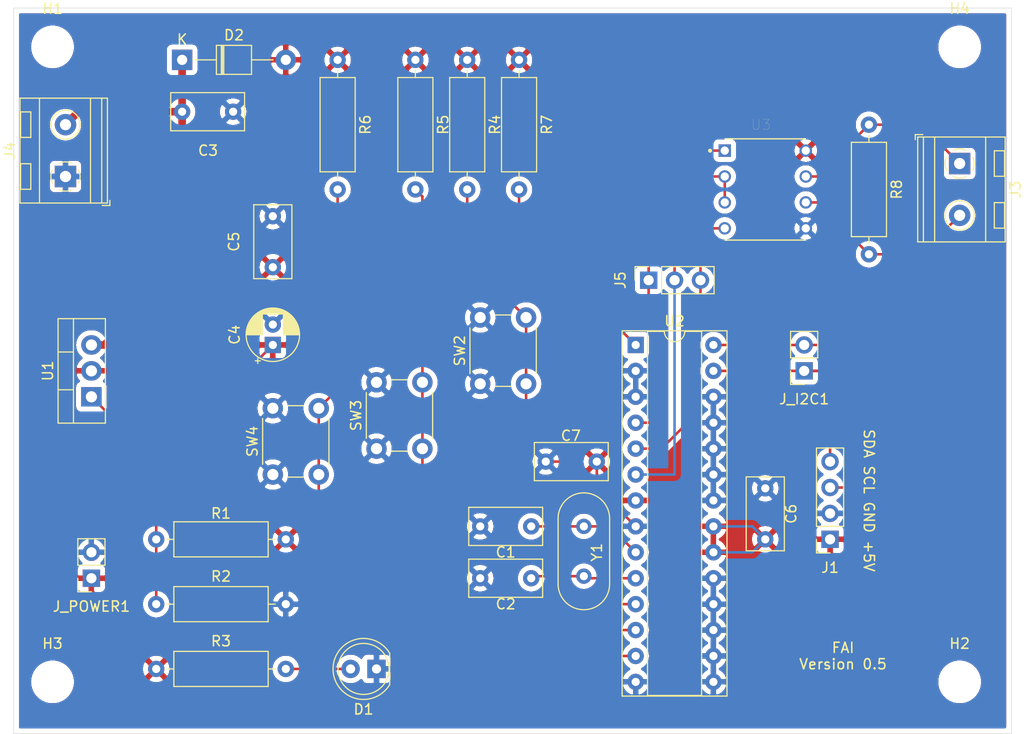
<source format=kicad_pcb>
(kicad_pcb (version 20171130) (host pcbnew "(5.1.6)-1")
  (layers (0 F.Cu signal) (31 B.Cu signal) (34 B.Paste user) (35 F.Paste user) (36 B.SilkS user) (37 F.SilkS user) (38 B.Mask user) (39 F.Mask user) (44 Edge.Cuts user))
  (net 0 "")
  (net 1 "Net-(C1-Pad2)")
  (net 2 GND)
  (net 3 "Net-(C2-Pad2)")
  (net 4 +28V)
  (net 5 +5V)
  (net 6 "Net-(D1-Pad2)")
  (net 7 "Net-(R1-Pad2)")
  (net 8 /SCL)
  (net 9 /SDA)
  (net 10 "Net-(R7-Pad2)")
  (net 11 "Net-(J3-Pad2)")
  (net 12 "Net-(J3-Pad1)")
  (net 13 /TXDE)
  (net 14 /RS485RX)
  (net 15 /RS485TX)
  (net 16 /PIN11)
  (net 17 /PIN12)
  (net 18 /PIN13)
  (module "Connector THT:PinSocket_1x03_P2.54mm_Vertical" (layer F.Cu) (at 99.06 130.81 90)
    (fp_text reference J5 (at 0 -2.77 90) (layer F.SilkS))
    (fp_text value Conn_01x03_Female)
    (pad 1 thru_hole rect (at 0 0 90) (size 1.7 1.7) (drill 1) (layers *.Cu *.Mask) (net 14 /RS485RX))
    (pad 2 thru_hole oval (at 0 2.54 90) (size 1.7 1.7) (drill 1) (layers *.Cu *.Mask) (net 13 /TXDE))
    (pad 3 thru_hole oval (at 0 5.08 90) (size 1.7 1.7) (drill 1) (layers *.Cu *.Mask) (net 15 /RS485TX))
  )
  (module Package_DIP:DIP-28_W7.62mm_Socket (layer F.Cu) (at 97.79 137.16)
    (fp_text reference U2 (at 3.81 -2.33) (layer F.SilkS))
    (fp_text value ATmega328P-PU)
    (pad 1 thru_hole rect (at 0 0) (size 1.6 1.6) (drill 0.8) (layers *.Cu *.Mask) (net 10 "Net-(R7-Pad2)"))
    (pad 15 thru_hole oval (at 7.62 33.02) (size 1.6 1.6) (drill 0.8) (layers *.Cu *.Mask) (net 2 GND))
    (pad 2 thru_hole oval (at 0 2.54) (size 1.6 1.6) (drill 0.8) (layers *.Cu *.Mask) (net 2 GND))
    (pad 16 thru_hole oval (at 7.62 30.48) (size 1.6 1.6) (drill 0.8) (layers *.Cu *.Mask) (net 2 GND))
    (pad 3 thru_hole oval (at 0 5.08) (size 1.6 1.6) (drill 0.8) (layers *.Cu *.Mask) (net 2 GND))
    (pad 17 thru_hole oval (at 7.62 27.94) (size 1.6 1.6) (drill 0.8) (layers *.Cu *.Mask) (net 2 GND))
    (pad 4 thru_hole oval (at 0 7.62) (size 1.6 1.6) (drill 0.8) (layers *.Cu *.Mask) (net 14 /RS485RX))
    (pad 18 thru_hole oval (at 7.62 25.4) (size 1.6 1.6) (drill 0.8) (layers *.Cu *.Mask) (net 2 GND))
    (pad 5 thru_hole oval (at 0 10.16) (size 1.6 1.6) (drill 0.8) (layers *.Cu *.Mask) (net 15 /RS485TX))
    (pad 19 thru_hole oval (at 7.62 22.86) (size 1.6 1.6) (drill 0.8) (layers *.Cu *.Mask) (net 2 GND))
    (pad 6 thru_hole oval (at 0 12.7) (size 1.6 1.6) (drill 0.8) (layers *.Cu *.Mask) (net 13 /TXDE))
    (pad 20 thru_hole oval (at 7.62 20.32) (size 1.6 1.6) (drill 0.8) (layers *.Cu *.Mask) (net 5 +5V))
    (pad 7 thru_hole oval (at 0 15.24) (size 1.6 1.6) (drill 0.8) (layers *.Cu *.Mask) (net 5 +5V))
    (pad 21 thru_hole oval (at 7.62 17.78) (size 1.6 1.6) (drill 0.8) (layers *.Cu *.Mask) (net 5 +5V))
    (pad 8 thru_hole oval (at 0 17.78) (size 1.6 1.6) (drill 0.8) (layers *.Cu *.Mask) (net 2 GND))
    (pad 22 thru_hole oval (at 7.62 15.24) (size 1.6 1.6) (drill 0.8) (layers *.Cu *.Mask) (net 2 GND))
    (pad 9 thru_hole oval (at 0 20.32) (size 1.6 1.6) (drill 0.8) (layers *.Cu *.Mask) (net 1 "Net-(C1-Pad2)"))
    (pad 23 thru_hole oval (at 7.62 12.7) (size 1.6 1.6) (drill 0.8) (layers *.Cu *.Mask) (net 2 GND))
    (pad 10 thru_hole oval (at 0 22.86) (size 1.6 1.6) (drill 0.8) (layers *.Cu *.Mask) (net 3 "Net-(C2-Pad2)"))
    (pad 24 thru_hole oval (at 7.62 10.16) (size 1.6 1.6) (drill 0.8) (layers *.Cu *.Mask) (net 2 GND))
    (pad 11 thru_hole oval (at 0 25.4) (size 1.6 1.6) (drill 0.8) (layers *.Cu *.Mask) (net 16 /PIN11))
    (pad 25 thru_hole oval (at 7.62 7.62) (size 1.6 1.6) (drill 0.8) (layers *.Cu *.Mask) (net 2 GND))
    (pad 12 thru_hole oval (at 0 27.94) (size 1.6 1.6) (drill 0.8) (layers *.Cu *.Mask) (net 17 /PIN12))
    (pad 26 thru_hole oval (at 7.62 5.08) (size 1.6 1.6) (drill 0.8) (layers *.Cu *.Mask) (net 2 GND))
    (pad 13 thru_hole oval (at 0 30.48) (size 1.6 1.6) (drill 0.8) (layers *.Cu *.Mask) (net 18 /PIN13))
    (pad 27 thru_hole oval (at 7.62 2.54) (size 1.6 1.6) (drill 0.8) (layers *.Cu *.Mask) (net 9 /SDA))
    (pad 14 thru_hole oval (at 0 33.02) (size 1.6 1.6) (drill 0.8) (layers *.Cu *.Mask) (net 2 GND))
    (pad 28 thru_hole oval (at 7.62 0) (size 1.6 1.6) (drill 0.8) (layers *.Cu *.Mask) (net 8 /SCL))
  )
  (module MAX485:DIP794W47P254L991H457Q8 (layer F.Cu) (at 110.49 121.92)
    (fp_text reference U3 (at -0.425 -6.345) (layer F.SilkS) (effects (font (thickness 0.015))))
    (fp_text value MAX485E)
    (pad 8 thru_hole circle (at 3.97 -3.81) (size 1.22 1.22) (drill 0.81) (layers *.Cu *.Mask) (net 5 +5V))
    (pad 7 thru_hole circle (at 3.97 -1.27) (size 1.22 1.22) (drill 0.81) (layers *.Cu *.Mask) (net 12 "Net-(J3-Pad1)"))
    (pad 6 thru_hole circle (at 3.97 1.27) (size 1.22 1.22) (drill 0.81) (layers *.Cu *.Mask) (net 11 "Net-(J3-Pad2)"))
    (pad 5 thru_hole circle (at 3.97 3.81) (size 1.22 1.22) (drill 0.81) (layers *.Cu *.Mask) (net 2 GND))
    (pad 4 thru_hole circle (at -3.97 3.81) (size 1.22 1.22) (drill 0.81) (layers *.Cu *.Mask) (net 15 /RS485TX))
    (pad 3 thru_hole circle (at -3.97 1.27) (size 1.22 1.22) (drill 0.81) (layers *.Cu *.Mask) (net 13 /TXDE))
    (pad 2 thru_hole circle (at -3.97 -1.27) (size 1.22 1.22) (drill 0.81) (layers *.Cu *.Mask) (net 13 /TXDE))
    (pad 1 thru_hole rect (at -3.97 -3.81) (size 1.22 1.22) (drill 0.81) (layers *.Cu *.Mask) (net 14 /RS485RX))
  )
  (module Resistor:R_Axial_DIN0309_L9.0mm_D3.2mm_P12.70mm_Horizontal (layer F.Cu) (at 120.65 115.57 270)
    (fp_text reference R8 (at 6.35 -2.72 90) (layer F.SilkS))
    (fp_text value 120)
    (pad 2 thru_hole oval (at 12.7 0 270) (size 1.6 1.6) (drill 0.8) (layers *.Cu *.Mask) (net 11 "Net-(J3-Pad2)"))
    (pad 1 thru_hole circle (at 0 0 270) (size 1.6 1.6) (drill 0.8) (layers *.Cu *.Mask) (net 12 "Net-(J3-Pad1)"))
  )
  (module TerminalBlock_RND:TerminalBlock_RND_205-00232_1x02_P5.08mm_Horizontal (layer F.Cu) (at 129.54 119.38 270)
    (fp_text reference J3 (at 2.54 -5.46 90) (layer F.SilkS))
    (fp_text value Screw_Terminal_01x02)
    (pad 2 thru_hole circle (at 5.08 0 270) (size 2.1 2.1) (drill 1.1) (layers *.Cu *.Mask) (net 11 "Net-(J3-Pad2)"))
    (pad 1 thru_hole rect (at 0 0 270) (size 2.1 2.1) (drill 1.1) (layers *.Cu *.Mask) (net 12 "Net-(J3-Pad1)"))
  )
  (module "Connector THT:PinSocket_1x02_P2.54mm_Vertical" (layer F.Cu) (at 44.45 160.02 180)
    (fp_text reference J_POWER1 (at 0 -2.77 180) (layer F.SilkS))
    (fp_text value Conn_01x02_Female)
    (pad 2 thru_hole oval (at 0 2.54 180) (size 1.7 1.7) (drill 1) (layers *.Cu *.Mask) (net 2 GND))
    (pad 1 thru_hole rect (at 0 0 180) (size 1.7 1.7) (drill 1) (layers *.Cu *.Mask) (net 5 +5V))
  )
  (module "Connector THT:PinSocket_1x02_P2.54mm_Vertical" (layer F.Cu) (at 114.3 139.7 180)
    (fp_text reference J_I2C1 (at 0 -2.77 180) (layer F.SilkS))
    (fp_text value Conn_01x02_Female)
    (pad 2 thru_hole oval (at 0 2.54 180) (size 1.7 1.7) (drill 1) (layers *.Cu *.Mask) (net 8 /SCL))
    (pad 1 thru_hole rect (at 0 0 180) (size 1.7 1.7) (drill 1) (layers *.Cu *.Mask) (net 9 /SDA))
  )
  (module Capacitor_THT:C_Rect_L7.0mm_W3.5mm_P5.00mm (layer F.Cu) (at 62.23 129.54 90)
    (fp_text reference C5 (at 2.5 -3.81 90) (layer F.SilkS))
    (fp_text value 100nF)
    (pad 2 thru_hole circle (at 5 0 90) (size 1.6 1.6) (drill 0.8) (layers *.Cu *.Mask) (net 2 GND))
    (pad 1 thru_hole circle (at 0 0 90) (size 1.6 1.6) (drill 0.8) (layers *.Cu *.Mask) (net 5 +5V))
  )
  (module "Button THT:SW_PUSH_6mm_H5mm" (layer F.Cu) (at 62.23 149.86 90)
    (fp_text reference SW4 (at 3.25 -2 90) (layer F.SilkS))
    (fp_text value SW_Push)
    (pad 1 thru_hole circle (at 6.5 0 180) (size 2 2) (drill 1.1) (layers *.Cu *.Mask) (net 2 GND))
    (pad 2 thru_hole circle (at 6.5 4.5 180) (size 2 2) (drill 1.1) (layers *.Cu *.Mask) (net 18 /PIN13))
    (pad 1 thru_hole circle (at 0 0 180) (size 2 2) (drill 1.1) (layers *.Cu *.Mask) (net 2 GND))
    (pad 2 thru_hole circle (at 0 4.5 180) (size 2 2) (drill 1.1) (layers *.Cu *.Mask) (net 18 /PIN13))
  )
  (module "Connector THT:PinSocket_1x04_P2.54mm_Vertical" (layer F.Cu) (at 116.84 156.21 180)
    (fp_text reference J1 (at 0 -2.77 180) (layer F.SilkS))
    (fp_text value Conn_01x04_Female)
    (pad 4 thru_hole oval (at 0 7.62 180) (size 1.7 1.7) (drill 1) (layers *.Cu *.Mask) (net 9 /SDA))
    (pad 3 thru_hole oval (at 0 5.08 180) (size 1.7 1.7) (drill 1) (layers *.Cu *.Mask) (net 8 /SCL))
    (pad 2 thru_hole oval (at 0 2.54 180) (size 1.7 1.7) (drill 1) (layers *.Cu *.Mask) (net 2 GND))
    (pad 1 thru_hole rect (at 0 0 180) (size 1.7 1.7) (drill 1) (layers *.Cu *.Mask) (net 5 +5V))
  )
  (module Quartz:Crystal_HC49-4H_Vertical (layer F.Cu) (at 92.71 154.94 270)
    (fp_text reference Y1 (at 2.54 -1.27 90) (layer F.SilkS))
    (fp_text value 16Mhz)
    (pad 2 thru_hole circle (at 4.88 0 270) (size 1.5 1.5) (drill 0.8) (layers *.Cu *.Mask) (net 3 "Net-(C2-Pad2)"))
    (pad 1 thru_hole circle (at 0 0 270) (size 1.5 1.5) (drill 0.8) (layers *.Cu *.Mask) (net 1 "Net-(C1-Pad2)"))
  )
  (module "TO SOT THT:TO-220-3_Vertical" (layer F.Cu) (at 44.45 142.24 90)
    (fp_text reference U1 (at 2.54 -4.27 90) (layer F.SilkS))
    (fp_text value LM317_TO-220)
    (pad 3 thru_hole oval (at 5.08 0 90) (size 1.905 2) (drill 1.1) (layers *.Cu *.Mask) (net 4 +28V))
    (pad 2 thru_hole oval (at 2.54 0 90) (size 1.905 2) (drill 1.1) (layers *.Cu *.Mask) (net 5 +5V))
    (pad 1 thru_hole rect (at 0 0 90) (size 1.905 2) (drill 1.1) (layers *.Cu *.Mask) (net 7 "Net-(R1-Pad2)"))
  )
  (module "Button THT:SW_PUSH_6mm_H5mm" (layer F.Cu) (at 72.39 147.32 90)
    (fp_text reference SW3 (at 3.25 -2 270) (layer F.SilkS))
    (fp_text value SW_Push)
    (pad 1 thru_hole circle (at 6.5 0 180) (size 2 2) (drill 1.1) (layers *.Cu *.Mask) (net 2 GND))
    (pad 2 thru_hole circle (at 6.5 4.5 180) (size 2 2) (drill 1.1) (layers *.Cu *.Mask) (net 17 /PIN12))
    (pad 1 thru_hole circle (at 0 0 180) (size 2 2) (drill 1.1) (layers *.Cu *.Mask) (net 2 GND))
    (pad 2 thru_hole circle (at 0 4.5 180) (size 2 2) (drill 1.1) (layers *.Cu *.Mask) (net 17 /PIN12))
  )
  (module "Button THT:SW_PUSH_6mm_H5mm" (layer F.Cu) (at 82.55 140.97 90)
    (fp_text reference SW2 (at 3.25 -2 270) (layer F.SilkS))
    (fp_text value SW_Push)
    (pad 1 thru_hole circle (at 6.5 0 180) (size 2 2) (drill 1.1) (layers *.Cu *.Mask) (net 2 GND))
    (pad 2 thru_hole circle (at 6.5 4.5 180) (size 2 2) (drill 1.1) (layers *.Cu *.Mask) (net 16 /PIN11))
    (pad 1 thru_hole circle (at 0 0 180) (size 2 2) (drill 1.1) (layers *.Cu *.Mask) (net 2 GND))
    (pad 2 thru_hole circle (at 0 4.5 180) (size 2 2) (drill 1.1) (layers *.Cu *.Mask) (net 16 /PIN11))
  )
  (module LED:LED_D5.0mm_Clear (layer F.Cu) (at 72.39 168.91 180)
    (fp_text reference D1 (at 1.27 -3.96) (layer F.SilkS))
    (fp_text value "Power LED")
    (pad 2 thru_hole circle (at 2.54 0 180) (size 1.8 1.8) (drill 0.9) (layers *.Cu *.Mask) (net 6 "Net-(D1-Pad2)"))
    (pad 1 thru_hole rect (at 0 0 180) (size 1.8 1.8) (drill 0.9) (layers *.Cu *.Mask) (net 2 GND))
  )
  (module "Capacitor THT:C_Rect_L7.0mm_W3.5mm_P5.00mm" (layer F.Cu) (at 82.55 154.94)
    (fp_text reference C1 (at 2.5 2.54) (layer F.SilkS))
    (fp_text value 22pf)
    (pad 2 thru_hole circle (at 5 0) (size 1.6 1.6) (drill 0.8) (layers *.Cu *.Mask) (net 1 "Net-(C1-Pad2)"))
    (pad 1 thru_hole circle (at 0 0) (size 1.6 1.6) (drill 0.8) (layers *.Cu *.Mask) (net 2 GND))
  )
  (module "Capacitor THT:C_Rect_L7.0mm_W3.5mm_P5.00mm" (layer F.Cu) (at 82.55 160.02)
    (fp_text reference C2 (at 2.5 2.54) (layer F.SilkS))
    (fp_text value 22pf)
    (pad 1 thru_hole circle (at 0 0) (size 1.6 1.6) (drill 0.8) (layers *.Cu *.Mask) (net 2 GND))
    (pad 2 thru_hole circle (at 5 0) (size 1.6 1.6) (drill 0.8) (layers *.Cu *.Mask) (net 3 "Net-(C2-Pad2)"))
  )
  (module Capacitor_THT:C_Rect_L7.0mm_W3.5mm_P5.00mm (layer F.Cu) (at 53.34 114.3)
    (fp_text reference C3 (at 2.54 3.81) (layer F.SilkS))
    (fp_text value 100nF)
    (pad 1 thru_hole circle (at 0 0) (size 1.6 1.6) (drill 0.8) (layers *.Cu *.Mask) (net 4 +28V))
    (pad 2 thru_hole circle (at 5 0) (size 1.6 1.6) (drill 0.8) (layers *.Cu *.Mask) (net 2 GND))
  )
  (module "Capacitor THT:CP_Radial_D5.0mm_P2.00mm" (layer F.Cu) (at 62.23 137.16 90)
    (fp_text reference C4 (at 1 -3.75 90) (layer F.SilkS))
    (fp_text value 1uF)
    (pad 1 thru_hole rect (at 0 0 90) (size 1.6 1.6) (drill 0.8) (layers *.Cu *.Mask) (net 5 +5V))
    (pad 2 thru_hole circle (at 2 0 90) (size 1.6 1.6) (drill 0.8) (layers *.Cu *.Mask) (net 2 GND))
  )
  (module Capacitor_THT:C_Rect_L7.0mm_W3.5mm_P5.00mm (layer F.Cu) (at 110.49 156.21 90)
    (fp_text reference C6 (at 2.5 2.54 90) (layer F.SilkS))
    (fp_text value 100nF)
    (pad 1 thru_hole circle (at 0 0 90) (size 1.6 1.6) (drill 0.8) (layers *.Cu *.Mask) (net 5 +5V))
    (pad 2 thru_hole circle (at 5 0 90) (size 1.6 1.6) (drill 0.8) (layers *.Cu *.Mask) (net 2 GND))
  )
  (module Capacitor_THT:C_Rect_L7.0mm_W3.5mm_P5.00mm (layer F.Cu) (at 93.98 148.59 180)
    (fp_text reference C7 (at 2.54 2.54) (layer F.SilkS))
    (fp_text value 100nF)
    (pad 2 thru_hole circle (at 5 0 180) (size 1.6 1.6) (drill 0.8) (layers *.Cu *.Mask) (net 2 GND))
    (pad 1 thru_hole circle (at 0 0 180) (size 1.6 1.6) (drill 0.8) (layers *.Cu *.Mask) (net 5 +5V))
  )
  (module "Diode THT:D_T-1_P10.16mm_Horizontal" (layer F.Cu) (at 53.34 109.22)
    (fp_text reference D2 (at 5.08 -2.42) (layer F.SilkS))
    (fp_text value D)
    (fp_text user K (at 0 -2) (layer F.SilkS))
    (pad 1 thru_hole rect (at 0 0) (size 2 2) (drill 1) (layers *.Cu *.Mask) (net 4 +28V))
    (pad 2 thru_hole oval (at 10.16 0) (size 2 2) (drill 1) (layers *.Cu *.Mask) (net 5 +5V))
  )
  (module MountingHole:MountingHole_3.2mm_M3_ISO14580 (layer F.Cu) (at 40.64 107.95)
    (fp_text reference H1 (at 0 -3.75) (layer F.SilkS))
    (fp_text value MountingHole)
    (pad 1 np_thru_hole circle (at 0 0) (size 3.2 3.2) (drill 3.2) (layers *.Cu *.Mask))
  )
  (module MountingHole:MountingHole_3.2mm_M3_ISO14580 (layer F.Cu) (at 129.54 170.18)
    (fp_text reference H2 (at 0 -3.75) (layer F.SilkS))
    (fp_text value MountingHole)
    (pad 1 np_thru_hole circle (at 0 0) (size 3.2 3.2) (drill 3.2) (layers *.Cu *.Mask))
  )
  (module MountingHole:MountingHole_3.2mm_M3_ISO14580 (layer F.Cu) (at 40.64 170.18)
    (fp_text reference H3 (at 0 -3.75) (layer F.SilkS))
    (fp_text value MountingHole)
    (pad 1 np_thru_hole circle (at 0 0) (size 3.2 3.2) (drill 3.2) (layers *.Cu *.Mask))
  )
  (module MountingHole:MountingHole_3.2mm_M3_ISO14580 (layer F.Cu) (at 129.54 107.95)
    (fp_text reference H4 (at 0 -3.75) (layer F.SilkS))
    (fp_text value MountingHole)
    (pad 1 np_thru_hole circle (at 0 0) (size 3.2 3.2) (drill 3.2) (layers *.Cu *.Mask))
  )
  (module Resistor:R_Axial_DIN0309_L9.0mm_D3.2mm_P12.70mm_Horizontal (layer F.Cu) (at 63.5 156.21 180)
    (fp_text reference R1 (at 6.35 2.54) (layer F.SilkS))
    (fp_text value 240)
    (pad 1 thru_hole circle (at 0 0 180) (size 1.6 1.6) (drill 0.8) (layers *.Cu *.Mask) (net 5 +5V))
    (pad 2 thru_hole oval (at 12.7 0 180) (size 1.6 1.6) (drill 0.8) (layers *.Cu *.Mask) (net 7 "Net-(R1-Pad2)"))
  )
  (module Resistor:R_Axial_DIN0309_L9.0mm_D3.2mm_P12.70mm_Horizontal (layer F.Cu) (at 50.8 162.56)
    (fp_text reference R2 (at 6.35 -2.72) (layer F.SilkS))
    (fp_text value 720)
    (pad 2 thru_hole oval (at 12.7 0) (size 1.6 1.6) (drill 0.8) (layers *.Cu *.Mask) (net 2 GND))
    (pad 1 thru_hole circle (at 0 0) (size 1.6 1.6) (drill 0.8) (layers *.Cu *.Mask) (net 7 "Net-(R1-Pad2)"))
  )
  (module Resistor:R_Axial_DIN0309_L9.0mm_D3.2mm_P12.70mm_Horizontal (layer F.Cu) (at 50.8 168.91)
    (fp_text reference R3 (at 6.35 -2.72 180) (layer F.SilkS))
    (fp_text value 1K)
    (pad 1 thru_hole circle (at 0 0) (size 1.6 1.6) (drill 0.8) (layers *.Cu *.Mask) (net 5 +5V))
    (pad 2 thru_hole oval (at 12.7 0) (size 1.6 1.6) (drill 0.8) (layers *.Cu *.Mask) (net 6 "Net-(D1-Pad2)"))
  )
  (module Resistor:R_Axial_DIN0309_L9.0mm_D3.2mm_P12.70mm_Horizontal (layer F.Cu) (at 81.28 109.22 270)
    (fp_text reference R4 (at 6.35 -2.72 90) (layer F.SilkS))
    (fp_text value 10k)
    (pad 2 thru_hole oval (at 12.7 0 270) (size 1.6 1.6) (drill 0.8) (layers *.Cu *.Mask) (net 16 /PIN11))
    (pad 1 thru_hole circle (at 0 0 270) (size 1.6 1.6) (drill 0.8) (layers *.Cu *.Mask) (net 5 +5V))
  )
  (module Resistor:R_Axial_DIN0309_L9.0mm_D3.2mm_P12.70mm_Horizontal (layer F.Cu) (at 76.2 109.22 270)
    (fp_text reference R5 (at 6.35 -2.72 90) (layer F.SilkS))
    (fp_text value 10k)
    (pad 1 thru_hole circle (at 0 0 270) (size 1.6 1.6) (drill 0.8) (layers *.Cu *.Mask) (net 5 +5V))
    (pad 2 thru_hole oval (at 12.7 0 270) (size 1.6 1.6) (drill 0.8) (layers *.Cu *.Mask) (net 17 /PIN12))
  )
  (module Resistor:R_Axial_DIN0309_L9.0mm_D3.2mm_P12.70mm_Horizontal (layer F.Cu) (at 68.58 109.22 270)
    (fp_text reference R6 (at 6.35 -2.72 90) (layer F.SilkS))
    (fp_text value 10k)
    (pad 2 thru_hole oval (at 12.7 0 270) (size 1.6 1.6) (drill 0.8) (layers *.Cu *.Mask) (net 18 /PIN13))
    (pad 1 thru_hole circle (at 0 0 270) (size 1.6 1.6) (drill 0.8) (layers *.Cu *.Mask) (net 5 +5V))
  )
  (module TerminalBlock_RND:TerminalBlock_RND_205-00232_1x02_P5.08mm_Horizontal (layer F.Cu) (at 41.91 120.65 90)
    (fp_text reference J4 (at 2.54 -5.46 90) (layer F.SilkS))
    (fp_text value Screw_Terminal_01x02)
    (pad 1 thru_hole rect (at 0 0 90) (size 2.1 2.1) (drill 1.1) (layers *.Cu *.Mask) (net 2 GND))
    (pad 2 thru_hole circle (at 5.08 0 90) (size 2.1 2.1) (drill 1.1) (layers *.Cu *.Mask) (net 4 +28V))
  )
  (module Resistor:R_Axial_DIN0309_L9.0mm_D3.2mm_P12.70mm_Horizontal (layer F.Cu) (at 86.36 109.22 270)
    (fp_text reference R7 (at 6.35 -2.72 90) (layer F.SilkS))
    (fp_text value 10k)
    (pad 1 thru_hole circle (at 0 0 270) (size 1.6 1.6) (drill 0.8) (layers *.Cu *.Mask) (net 5 +5V))
    (pad 2 thru_hole oval (at 12.7 0 270) (size 1.6 1.6) (drill 0.8) (layers *.Cu *.Mask) (net 10 "Net-(R7-Pad2)"))
  )
  (gr_text "SDA SCL GND +5V" (at 120.65 152.4 270) (layer F.SilkS) (effects (font (size 1 1))))
  (gr_text "FAI\nVersion 0.5" (at 118.11 167.64) (layer F.SilkS) (effects (font (size 1 1))))
  (gr_line (start 36.83 175.26) (end 36.83 104.14) (angle 90) (layer Edge.Cuts) (width 0.05))
  (gr_line (start 38.1 175.26) (end 36.83 175.26) (angle 90) (layer Edge.Cuts) (width 0.05))
  (gr_line (start 134.62 175.26) (end 38.1 175.26) (angle 90) (layer Edge.Cuts) (width 0.05))
  (gr_line (start 134.62 104.14) (end 134.62 175.26) (angle 90) (layer Edge.Cuts) (width 0.05))
  (gr_line (start 36.83 104.14) (end 134.62 104.14) (angle 90) (layer Edge.Cuts) (width 0.05))
  (segment (start 87.55 154.94) (end 92.71 154.94) (width 0.25) (layer F.Cu) (net 1))
  (segment (start 92.71 154.94) (end 95.25 154.94) (width 0.25) (layer F.Cu) (net 1))
  (segment (start 95.25 154.94) (end 97.79 157.48) (width 0.25) (layer F.Cu) (net 1))
  (via (at 105.41 167.64) (size 0.8) (drill 0.4) (layers F.Cu B.Cu) (net 2))
  (via (at 105.41 170.18) (size 0.8) (drill 0.4) (layers F.Cu B.Cu) (net 2))
  (segment (start 109.3 152.4) (end 110.49 151.21) (width 0.25) (layer F.Cu) (net 2))
  (segment (start 105.41 152.4) (end 109.3 152.4) (width 0.25) (layer F.Cu) (net 2))
  (segment (start 97.79 154.94) (end 91.44 148.59) (width 0.25) (layer F.Cu) (net 2))
  (segment (start 91.44 148.59) (end 88.98 148.59) (width 0.25) (layer F.Cu) (net 2))
  (segment (start 97.79 160.02) (end 92.91 160.02) (width 0.25) (layer F.Cu) (net 3))
  (segment (start 92.91 160.02) (end 92.71 159.82) (width 0.25) (layer F.Cu) (net 3))
  (segment (start 92.71 159.82) (end 87.75 159.82) (width 0.25) (layer F.Cu) (net 3))
  (segment (start 87.75 159.82) (end 87.55 160.02) (width 0.25) (layer F.Cu) (net 3))
  (segment (start 53.34 109.22) (end 53.34 114.3) (width 0.75) (layer F.Cu) (net 4))
  (segment (start 43.18 114.3) (end 41.91 115.57) (width 0.75) (layer F.Cu) (net 4))
  (segment (start 53.34 114.3) (end 43.18 114.3) (width 0.75) (layer F.Cu) (net 4))
  (segment (start 44.45 137.16) (end 45.72 137.16) (width 0.75) (layer F.Cu) (net 4))
  (segment (start 53.34 129.54) (end 53.34 114.3) (width 0.75) (layer F.Cu) (net 4))
  (segment (start 45.72 137.16) (end 53.34 129.54) (width 0.75) (layer F.Cu) (net 4))
  (segment (start 105.41 154.94) (end 109.22 154.94) (width 0.25) (layer B.Cu) (net 5))
  (segment (start 109.22 154.94) (end 110.49 156.21) (width 0.25) (layer B.Cu) (net 5))
  (segment (start 110.49 156.21) (end 109.22 157.48) (width 0.25) (layer B.Cu) (net 5))
  (segment (start 109.22 157.48) (end 105.41 157.48) (width 0.25) (layer B.Cu) (net 5))
  (segment (start 93.98 148.59) (end 93.98 149.86) (width 0.25) (layer F.Cu) (net 5))
  (segment (start 96.52 152.4) (end 97.79 152.4) (width 0.25) (layer F.Cu) (net 5))
  (segment (start 93.98 149.86) (end 96.52 152.4) (width 0.25) (layer F.Cu) (net 5))
  (segment (start 44.45 139.7) (end 59.69 139.7) (width 0.25) (layer F.Cu) (net 5))
  (segment (start 59.69 139.7) (end 62.23 137.16) (width 0.25) (layer F.Cu) (net 5))
  (segment (start 44.45 139.7) (end 52.07 139.7) (width 0.25) (layer F.Cu) (net 5))
  (segment (start 52.07 139.7) (end 62.23 129.54) (width 0.25) (layer F.Cu) (net 5))
  (segment (start 63.5 168.91) (end 69.85 168.91) (width 0.25) (layer F.Cu) (net 6))
  (segment (start 50.8 162.56) (end 50.8 156.21) (width 0.25) (layer F.Cu) (net 7))
  (segment (start 44.45 142.24) (end 53.34 151.13) (width 0.25) (layer F.Cu) (net 7))
  (segment (start 50.8 151.13) (end 50.8 156.21) (width 0.25) (layer F.Cu) (net 7))
  (segment (start 97.584999 144.574999) (end 97.79 144.78) (width 0.25) (layer B.Cu) (net 14))
  (segment (start 87.05 134.47) (end 87.05 140.97) (width 0.25) (layer F.Cu) (net 16))
  (segment (start 81.28 128.7) (end 87.05 134.47) (width 0.25) (layer F.Cu) (net 16))
  (segment (start 81.28 121.92) (end 81.28 128.7) (width 0.25) (layer F.Cu) (net 16))
  (segment (start 76.89 147.32) (end 76.89 140.82) (width 0.25) (layer F.Cu) (net 17))
  (segment (start 76.89 122.61) (end 76.2 121.92) (width 0.25) (layer F.Cu) (net 17))
  (segment (start 76.89 140.82) (end 76.89 122.61) (width 0.25) (layer F.Cu) (net 17))
  (segment (start 68.58 141.51) (end 66.73 143.36) (width 0.25) (layer F.Cu) (net 18))
  (segment (start 68.58 121.92) (end 68.58 141.51) (width 0.25) (layer F.Cu) (net 18))
  (segment (start 66.73 143.36) (end 66.73 149.86) (width 0.25) (layer F.Cu) (net 18))
  (segment (start 105.41 137.16) (end 120.65 137.16) (width 0.25) (layer F.Cu) (net 8))
  (segment (start 120.65 151.13) (end 116.84 151.13) (width 0.25) (layer F.Cu) (net 8))
  (segment (start 120.65 137.16) (end 120.65 151.13) (width 0.25) (layer F.Cu) (net 8))
  (segment (start 116.84 139.7) (end 105.41 139.7) (width 0.25) (layer F.Cu) (net 9))
  (segment (start 116.84 148.59) (end 116.84 139.7) (width 0.25) (layer F.Cu) (net 9))
  (segment (start 116.84 139.7) (end 114.3 139.7) (width 0.25) (layer F.Cu) (net 9))
  (segment (start 86.36 121.92) (end 86.36 125.73) (width 0.25) (layer F.Cu) (net 10))
  (segment (start 86.36 125.73) (end 97.79 137.16) (width 0.25) (layer F.Cu) (net 10))
  (segment (start 115.57 123.19) (end 120.65 128.27) (width 0.25) (layer F.Cu) (net 11))
  (segment (start 114.46 123.19) (end 115.57 123.19) (width 0.25) (layer F.Cu) (net 11))
  (segment (start 125.73 128.27) (end 129.54 124.46) (width 0.25) (layer F.Cu) (net 11))
  (segment (start 120.65 128.27) (end 125.73 128.27) (width 0.25) (layer F.Cu) (net 11))
  (segment (start 115.57 120.65) (end 120.65 115.57) (width 0.25) (layer F.Cu) (net 12))
  (segment (start 114.46 120.65) (end 115.57 120.65) (width 0.25) (layer F.Cu) (net 12))
  (segment (start 125.73 115.57) (end 129.54 119.38) (width 0.25) (layer F.Cu) (net 12))
  (segment (start 120.65 115.57) (end 125.73 115.57) (width 0.25) (layer F.Cu) (net 12))
  (segment (start 106.52 120.65) (end 106.52 123.19) (width 0.25) (layer F.Cu) (net 13))
  (segment (start 101.6 130.81) (end 101.6 149.86) (width 0.25) (layer B.Cu) (net 13))
  (segment (start 101.6 149.86) (end 97.79 149.86) (width 0.25) (layer B.Cu) (net 13))
  (segment (start 101.6 130.81) (end 101.6 121.92) (width 0.25) (layer F.Cu) (net 13))
  (segment (start 102.87 120.65) (end 106.52 120.65) (width 0.25) (layer F.Cu) (net 13))
  (segment (start 101.6 121.92) (end 102.87 120.65) (width 0.25) (layer F.Cu) (net 13))
  (segment (start 97.79 144.78) (end 99.06 144.78) (width 0.25) (layer F.Cu) (net 14))
  (segment (start 99.06 133.35) (end 99.06 130.81) (width 0.25) (layer F.Cu) (net 14))
  (segment (start 100.33 134.62) (end 99.06 133.35) (width 0.25) (layer F.Cu) (net 14))
  (segment (start 100.33 143.51) (end 100.33 134.62) (width 0.25) (layer F.Cu) (net 14))
  (segment (start 99.06 144.78) (end 100.33 143.51) (width 0.25) (layer F.Cu) (net 14))
  (segment (start 99.06 130.81) (end 99.06 120.65) (width 0.25) (layer F.Cu) (net 14))
  (segment (start 101.6 118.11) (end 106.52 118.11) (width 0.25) (layer F.Cu) (net 14))
  (segment (start 99.06 120.65) (end 101.6 118.11) (width 0.25) (layer F.Cu) (net 14))
  (segment (start 104.14 130.81) (end 104.14 133.35) (width 0.25) (layer F.Cu) (net 15))
  (segment (start 100.33 147.32) (end 97.79 147.32) (width 0.25) (layer F.Cu) (net 15))
  (segment (start 102.87 144.78) (end 100.33 147.32) (width 0.25) (layer F.Cu) (net 15))
  (segment (start 102.87 134.62) (end 102.87 144.78) (width 0.25) (layer F.Cu) (net 15))
  (segment (start 104.14 133.35) (end 102.87 134.62) (width 0.25) (layer F.Cu) (net 15))
  (segment (start 104.14 130.81) (end 104.14 127) (width 0.25) (layer F.Cu) (net 15))
  (segment (start 105.41 125.73) (end 106.52 125.73) (width 0.25) (layer F.Cu) (net 15))
  (segment (start 104.14 127) (end 105.41 125.73) (width 0.25) (layer F.Cu) (net 15))
  (segment (start 87.05 140.97) (end 87.05 145.36) (width 0.25) (layer F.Cu) (net 16))
  (segment (start 85.09 162.56) (end 97.79 162.56) (width 0.25) (layer F.Cu) (net 16))
  (segment (start 85.09 147.32) (end 85.09 162.56) (width 0.25) (layer F.Cu) (net 16))
  (segment (start 87.05 145.36) (end 85.09 147.32) (width 0.25) (layer F.Cu) (net 16))
  (segment (start 76.89 147.32) (end 76.89 163.25) (width 0.25) (layer F.Cu) (net 17))
  (segment (start 78.74 165.1) (end 97.79 165.1) (width 0.25) (layer F.Cu) (net 17))
  (segment (start 76.89 163.25) (end 78.74 165.1) (width 0.25) (layer F.Cu) (net 17))
  (segment (start 66.73 149.86) (end 66.73 156.9) (width 0.25) (layer F.Cu) (net 18))
  (segment (start 77.47 167.64) (end 97.79 167.64) (width 0.25) (layer F.Cu) (net 18))
  (segment (start 66.73 156.9) (end 77.47 167.64) (width 0.25) (layer F.Cu) (net 18))
  (zone (net 2) (net_name GND) (layer B.Cu) (connect_pads (clearance 0.508)) (min_thickness 0.254) (fill yes (arc_segments 32) (thermal_gap 0.508) (thermal_bridge_width 0.508))
    (polygon (pts (xy 134.62 175.26) (xy 36.83 175.26) (xy 36.83 104.14) (xy 134.62 104.14)))
  )
  (zone (net 5) (net_name +5V) (layer F.Cu) (connect_pads (clearance 0.508)) (min_thickness 0.254) (fill yes (arc_segments 32) (thermal_gap 0.508) (thermal_bridge_width 0.508))
    (polygon (pts (xy 134.62 175.26) (xy 36.83 175.26) (xy 36.83 104.14) (xy 134.62 104.14)))
  )
  (zone (net 5) (net_name +5V) (layer F.Cu) (connect_pads (clearance 0.508)) (min_thickness 0.254) (fill yes (arc_segments 32) (thermal_gap 0.508) (thermal_bridge_width 0.508))
    (polygon (pts (xy 134.62 175.26) (xy 36.83 175.26) (xy 36.83 104.14) (xy 134.62 104.14)))
  )
  (zone (net 2) (net_name GND) (layer B.Cu) (connect_pads (clearance 0.508)) (min_thickness 0.254) (fill yes (arc_segments 32) (thermal_gap 0.508) (thermal_bridge_width 0.508))
    (polygon (pts (xy 134.62 175.26) (xy 36.83 175.26) (xy 36.83 104.14) (xy 134.62 104.14)))
  )
  (zone (net 5) (net_name +5V) (layer F.Cu) (connect_pads (clearance 0.508)) (min_thickness 0.254) (fill yes (arc_segments 32) (thermal_gap 0.508) (thermal_bridge_width 0.508))
    (polygon (pts (xy 134.62 175.26) (xy 36.83 175.26) (xy 36.83 104.14) (xy 134.62 104.14)))
  )
  (zone (net 2) (net_name GND) (layer B.Cu) (connect_pads (clearance 0.508)) (min_thickness 0.254) (fill yes (arc_segments 32) (thermal_gap 0.508) (thermal_bridge_width 0.508))
    (polygon (pts (xy 134.62 175.26) (xy 36.83 175.26) (xy 36.83 104.14) (xy 134.62 104.14)))
  )
  (zone (net 5) (net_name +5V) (layer F.Cu) (connect_pads (clearance 0.508)) (min_thickness 0.254) (fill yes (arc_segments 32) (thermal_gap 0.508) (thermal_bridge_width 0.508))
    (polygon (pts (xy 134.62 175.26) (xy 36.83 175.26) (xy 36.83 104.14) (xy 134.62 104.14)))
  )
  (zone (net 2) (net_name GND) (layer B.Cu) (connect_pads (clearance 0.508)) (min_thickness 0.254) (fill yes (arc_segments 32) (thermal_gap 0.508) (thermal_bridge_width 0.508))
    (polygon (pts (xy 134.62 175.26) (xy 36.83 175.26) (xy 36.83 104.14) (xy 134.62 104.14)))
  )
  (zone (net 5) (net_name +5V) (layer F.Cu) (connect_pads (clearance 0.508)) (min_thickness 0.254) (fill yes (arc_segments 32) (thermal_gap 0.508) (thermal_bridge_width 0.508))
    (polygon (pts (xy 134.62 175.26) (xy 134.62 104.14) (xy 36.83 104.14) (xy 36.83 175.26)))
  )
  (zone (net 2) (net_name GND) (layer B.Cu) (connect_pads (clearance 0.508)) (min_thickness 0.254) (fill yes (arc_segments 32) (thermal_gap 0.508) (thermal_bridge_width 0.508))
    (polygon (pts (xy 134.62 175.26) (xy 134.62 104.14) (xy 36.83 104.14) (xy 36.83 175.26)))
  )
  (zone (net 5) (net_name +5V) (layer F.Cu) (connect_pads (clearance 0.508)) (min_thickness 0.254) (fill yes (arc_segments 32) (thermal_gap 0.508) (thermal_bridge_width 0.508))
    (polygon (pts (xy 134.62 175.26) (xy 36.83 175.26) (xy 36.83 104.14) (xy 134.62 104.14)))
  )
  (zone (net 2) (net_name GND) (layer B.Cu) (connect_pads (clearance 0.508)) (min_thickness 0.254) (fill yes (arc_segments 32) (thermal_gap 0.508) (thermal_bridge_width 0.508))
    (polygon (pts (xy 134.62 175.26) (xy 36.83 175.26) (xy 36.83 104.14) (xy 134.62 104.14)))
  )
)
</source>
